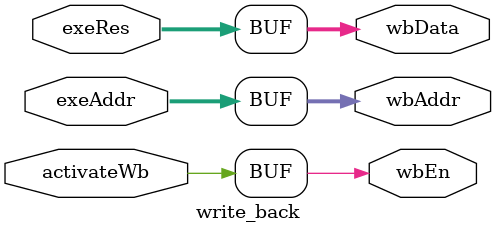
<source format=sv>
module write_back (
    input  logic        activateWb,

    input  logic [31:0] exeRes,
    input  logic [3:0]  exeAddr,

    output logic        wbEn,
    output logic [3:0]  wbAddr,
    output logic [31:0] wbData
);

    assign wbAddr = exeAddr;

    assign wbData = exeRes;

    assign wbEn = activateWb;

endmodule
</source>
